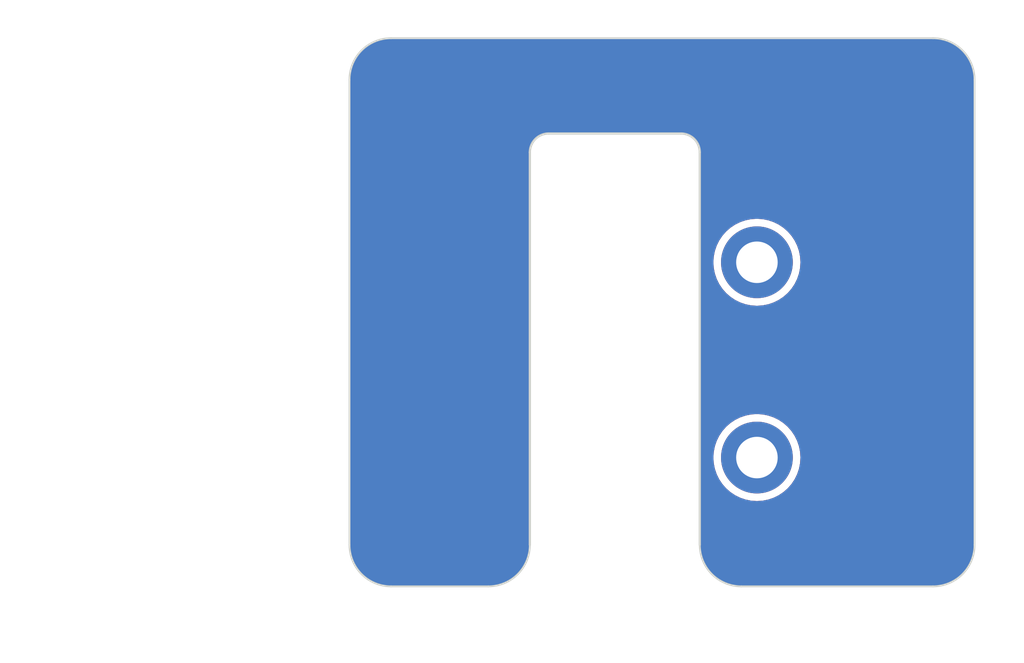
<source format=kicad_pcb>
(kicad_pcb (version 20221018) (generator pcbnew)
  (layers (0 "F.Cu" signal) (31 "B.Cu" signal) (34 "B.Paste" user) (35 "F.Paste" user) (36 "B.SilkS" user "B.Silkscreen") (37 "F.SilkS" user "F.Silkscreen") (38 "B.Mask" user) (39 "F.Mask" user) (44 "Edge.Cuts" user))
  (net 0 "")
  (footprint "DreaM117er-keebLibrary:RotaryEncoder_MouseWheel" (layer "F.Cu") (at 154.17 92.895)
    (fp_text reference "RE1" hide)
    (fp_text value "MW")
    (fp_line (start 4.2 9.8) (end 4.2 -11) (stroke (width 0.12)) (layer "Edge.Cuts"))
    (fp_line (start 5.2 -12) (end 12.2 -12) (stroke (width 0.12)) (layer "Edge.Cuts"))
    (fp_line (start 13.2 -11) (end 13.2 9.8) (stroke (width 0.12)) (layer "Edge.Cuts"))
    (fp_arc (start 4.2 -11) (mid 4.492893 -11.707107) (end 5.2 -12) (stroke (width 0.12)) (layer "Edge.Cuts"))
    (fp_arc (start 12.2 -12) (mid 12.907107 -11.707107) (end 13.2 -11) (stroke (width 0.12)) (layer "Edge.Cuts"))
    (pad "" np_thru_hole circle (at 16.225 -5.175) (size 3.8 3.8) (drill 2.2) (layers "F&B.Cu" "*.Mask"))
    (pad "" np_thru_hole circle (at 16.225 5.175) (size 3.8 3.8) (drill 2.2) (layers "F&B.Cu" "*.Mask"))
  )
  (gr_line (start 169.57 104.895) (end 179.72 104.895) (stroke (width 0.1)) (layer "Edge.Cuts"))
  (gr_arc (start 151.02 104.895) (mid 149.464365 104.250635) (end 148.82 102.695) (stroke (width 0.1)) (layer "Edge.Cuts"))
  (gr_arc (start 181.92 102.695) (mid 181.275635 104.250635) (end 179.72 104.895) (stroke (width 0.1)) (layer "Edge.Cuts"))
  (gr_arc (start 169.57 104.895) (mid 168.014365 104.250635) (end 167.37 102.695) (stroke (width 0.1)) (layer "Edge.Cuts"))
  (gr_line (start 151.02 75.845) (end 179.72 75.845) (stroke (width 0.1)) (layer "Edge.Cuts"))
  (gr_arc (start 158.37 102.695) (mid 157.725635 104.250635) (end 156.17 104.895) (stroke (width 0.1)) (layer "Edge.Cuts"))
  (gr_line (start 148.82 78.045) (end 148.82 102.695) (stroke (width 0.1)) (layer "Edge.Cuts"))
  (gr_arc (start 148.82 78.045) (mid 149.464365 76.489365) (end 151.02 75.845) (stroke (width 0.1)) (layer "Edge.Cuts"))
  (gr_line (start 181.92 78.045) (end 181.92 102.695) (stroke (width 0.1)) (layer "Edge.Cuts"))
  (gr_line (start 151.02 104.895) (end 156.17 104.895) (stroke (width 0.1)) (layer "Edge.Cuts"))
  (gr_arc (start 179.72 75.845) (mid 181.275635 76.489365) (end 181.92 78.045) (stroke (width 0.1)) (layer "Edge.Cuts"))
  (zone (net 0) (net_name "") (layers "F&B.Cu") (connect_pads (clearance 0.4)) (min_thickness 0.25) (fill yes (thermal_gap 0.5) (thermal_bridge_width 0.5) (island_removal_mode 1) (island_area_min 10))
    (polygon (pts (xy 145.97 73.82) (xy 184.44 73.82) (xy 184.55 108.81) (xy 146.15 108.96)))
  )
)
</source>
